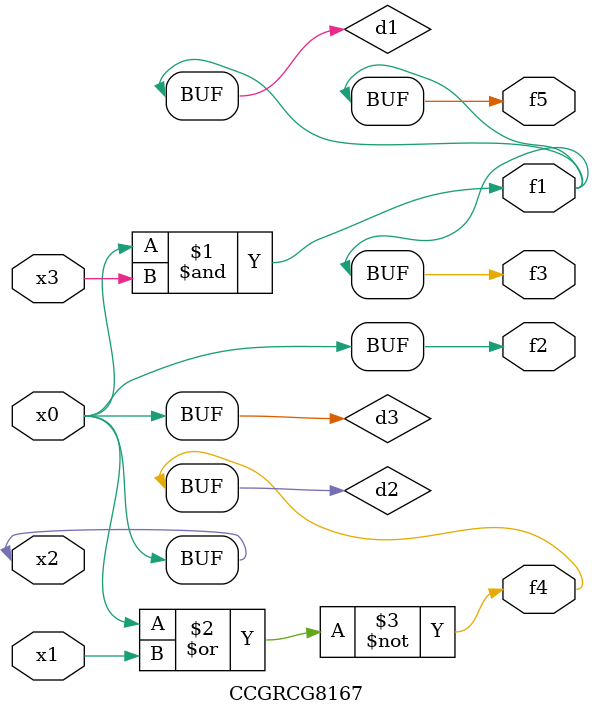
<source format=v>
module CCGRCG8167(
	input x0, x1, x2, x3,
	output f1, f2, f3, f4, f5
);

	wire d1, d2, d3;

	and (d1, x2, x3);
	nor (d2, x0, x1);
	buf (d3, x0, x2);
	assign f1 = d1;
	assign f2 = d3;
	assign f3 = d1;
	assign f4 = d2;
	assign f5 = d1;
endmodule

</source>
